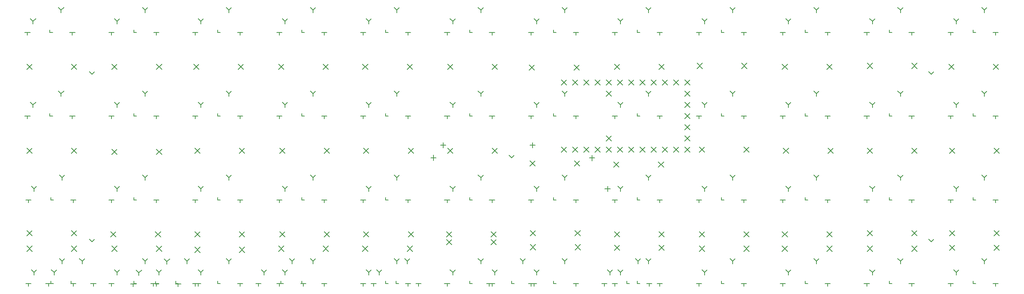
<source format=gbr>
G04 DipTrace 2.4.0.2*
%INThrough.gbr*%
%MOIN*%
G04 Drill Symbols*
G04 D=0.0191 - Cross*
G04 D=0.0354 - X*
G04 D=0.059 - Y*
G04 D=0.067 - T*
G04 D=0.1181 - V*
G04 D=0.157 - Clock*
%ADD10C,0.0079*%
%FSLAX44Y44*%
G04*
G70*
G90*
G75*
G01*
X7457Y31370D2*
D10*
X7693Y31134D1*
X7929Y31370D1*
X7693Y31134D2*
Y30898D1*
X4957Y30370D2*
X5193Y30134D1*
X5429Y30370D1*
X5193Y30134D2*
Y29898D1*
X14937Y31370D2*
X15173Y31134D1*
X15409Y31370D1*
X15173Y31134D2*
Y30898D1*
X12437Y30370D2*
X12673Y30134D1*
X12909Y30370D1*
X12673Y30134D2*
Y29898D1*
X22417Y31370D2*
X22654Y31134D1*
X22890Y31370D1*
X22654Y31134D2*
Y30898D1*
X19917Y30370D2*
X20154Y30134D1*
X20390Y30370D1*
X20154Y30134D2*
Y29898D1*
X29898Y31370D2*
X30134Y31134D1*
X30370Y31370D1*
X30134Y31134D2*
Y30898D1*
X27398Y30370D2*
X27634Y30134D1*
X27870Y30370D1*
X27634Y30134D2*
Y29898D1*
X37378Y31370D2*
X37614Y31134D1*
X37850Y31370D1*
X37614Y31134D2*
Y30898D1*
X34878Y30370D2*
X35114Y30134D1*
X35350Y30370D1*
X35114Y30134D2*
Y29898D1*
X44858Y31370D2*
X45094Y31134D1*
X45331Y31370D1*
X45094Y31134D2*
Y30898D1*
X42358Y30370D2*
X42594Y30134D1*
X42831Y30370D1*
X42594Y30134D2*
Y29898D1*
X52339Y31370D2*
X52575Y31134D1*
X52811Y31370D1*
X52575Y31134D2*
Y30898D1*
X49839Y30370D2*
X50075Y30134D1*
X50311Y30370D1*
X50075Y30134D2*
Y29898D1*
X59819Y31370D2*
X60055Y31134D1*
X60291Y31370D1*
X60055Y31134D2*
Y30898D1*
X57319Y30370D2*
X57555Y30134D1*
X57791Y30370D1*
X57555Y30134D2*
Y29898D1*
X67299Y31370D2*
X67535Y31134D1*
X67772Y31370D1*
X67535Y31134D2*
Y30898D1*
X64799Y30370D2*
X65035Y30134D1*
X65272Y30370D1*
X65035Y30134D2*
Y29898D1*
X74780Y31370D2*
X75016Y31134D1*
X75252Y31370D1*
X75016Y31134D2*
Y30898D1*
X72280Y30370D2*
X72516Y30134D1*
X72752Y30370D1*
X72516Y30134D2*
Y29898D1*
X82260Y31370D2*
X82496Y31134D1*
X82732Y31370D1*
X82496Y31134D2*
Y30898D1*
X79760Y30370D2*
X79996Y30134D1*
X80232Y30370D1*
X79996Y30134D2*
Y29898D1*
X89740Y31370D2*
X89976Y31134D1*
X90213Y31370D1*
X89976Y31134D2*
Y30898D1*
X87240Y30370D2*
X87476Y30134D1*
X87713Y30370D1*
X87476Y30134D2*
Y29898D1*
X7457Y23890D2*
X7693Y23654D1*
X7929Y23890D1*
X7693Y23654D2*
Y23417D1*
X4957Y22890D2*
X5193Y22654D1*
X5429Y22890D1*
X5193Y22654D2*
Y22417D1*
X14937Y23890D2*
X15173Y23654D1*
X15409Y23890D1*
X15173Y23654D2*
Y23417D1*
X12437Y22890D2*
X12673Y22654D1*
X12909Y22890D1*
X12673Y22654D2*
Y22417D1*
X22417Y23890D2*
X22654Y23654D1*
X22890Y23890D1*
X22654Y23654D2*
Y23417D1*
X19917Y22890D2*
X20154Y22654D1*
X20390Y22890D1*
X20154Y22654D2*
Y22417D1*
X29898Y23890D2*
X30134Y23654D1*
X30370Y23890D1*
X30134Y23654D2*
Y23417D1*
X27398Y22890D2*
X27634Y22654D1*
X27870Y22890D1*
X27634Y22654D2*
Y22417D1*
X37378Y23890D2*
X37614Y23654D1*
X37850Y23890D1*
X37614Y23654D2*
Y23417D1*
X34878Y22890D2*
X35114Y22654D1*
X35350Y22890D1*
X35114Y22654D2*
Y22417D1*
X44858Y23890D2*
X45094Y23654D1*
X45331Y23890D1*
X45094Y23654D2*
Y23417D1*
X42358Y22890D2*
X42594Y22654D1*
X42831Y22890D1*
X42594Y22654D2*
Y22417D1*
X52339Y23890D2*
X52575Y23654D1*
X52811Y23890D1*
X52575Y23654D2*
Y23417D1*
X49839Y22890D2*
X50075Y22654D1*
X50311Y22890D1*
X50075Y22654D2*
Y22417D1*
X59819Y23890D2*
X60055Y23654D1*
X60291Y23890D1*
X60055Y23654D2*
Y23417D1*
X57319Y22890D2*
X57555Y22654D1*
X57791Y22890D1*
X57555Y22654D2*
Y22417D1*
X67299Y23890D2*
X67535Y23654D1*
X67772Y23890D1*
X67535Y23654D2*
Y23417D1*
X64799Y22890D2*
X65035Y22654D1*
X65272Y22890D1*
X65035Y22654D2*
Y22417D1*
X74780Y23890D2*
X75016Y23654D1*
X75252Y23890D1*
X75016Y23654D2*
Y23417D1*
X72280Y22890D2*
X72516Y22654D1*
X72752Y22890D1*
X72516Y22654D2*
Y22417D1*
X82260Y23890D2*
X82496Y23654D1*
X82732Y23890D1*
X82496Y23654D2*
Y23417D1*
X79760Y22890D2*
X79996Y22654D1*
X80232Y22890D1*
X79996Y22654D2*
Y22417D1*
X89740Y23890D2*
X89976Y23654D1*
X90213Y23890D1*
X89976Y23654D2*
Y23417D1*
X87240Y22890D2*
X87476Y22654D1*
X87713Y22890D1*
X87476Y22654D2*
Y22417D1*
X7539Y16409D2*
X7776Y16173D1*
X8012Y16409D1*
X7776Y16173D2*
Y15937D1*
X5039Y15409D2*
X5276Y15173D1*
X5512Y15409D1*
X5276Y15173D2*
Y14937D1*
X14937Y16409D2*
X15173Y16173D1*
X15409Y16409D1*
X15173Y16173D2*
Y15937D1*
X12437Y15409D2*
X12673Y15173D1*
X12909Y15409D1*
X12673Y15173D2*
Y14937D1*
X22417Y16409D2*
X22654Y16173D1*
X22890Y16409D1*
X22654Y16173D2*
Y15937D1*
X19917Y15409D2*
X20154Y15173D1*
X20390Y15409D1*
X20154Y15173D2*
Y14937D1*
X29898Y16409D2*
X30134Y16173D1*
X30370Y16409D1*
X30134Y16173D2*
Y15937D1*
X27398Y15409D2*
X27634Y15173D1*
X27870Y15409D1*
X27634Y15173D2*
Y14937D1*
X37378Y16409D2*
X37614Y16173D1*
X37850Y16409D1*
X37614Y16173D2*
Y15937D1*
X34878Y15409D2*
X35114Y15173D1*
X35350Y15409D1*
X35114Y15173D2*
Y14937D1*
X44858Y16409D2*
X45094Y16173D1*
X45331Y16409D1*
X45094Y16173D2*
Y15937D1*
X42358Y15409D2*
X42594Y15173D1*
X42831Y15409D1*
X42594Y15173D2*
Y14937D1*
X52339Y16409D2*
X52575Y16173D1*
X52811Y16409D1*
X52575Y16173D2*
Y15937D1*
X49839Y15409D2*
X50075Y15173D1*
X50311Y15409D1*
X50075Y15173D2*
Y14937D1*
X59819Y16409D2*
X60055Y16173D1*
X60291Y16409D1*
X60055Y16173D2*
Y15937D1*
X57319Y15409D2*
X57555Y15173D1*
X57791Y15409D1*
X57555Y15173D2*
Y14937D1*
X67299Y16409D2*
X67535Y16173D1*
X67772Y16409D1*
X67535Y16173D2*
Y15937D1*
X64799Y15409D2*
X65035Y15173D1*
X65272Y15409D1*
X65035Y15173D2*
Y14937D1*
X74780Y16409D2*
X75016Y16173D1*
X75252Y16409D1*
X75016Y16173D2*
Y15937D1*
X72280Y15409D2*
X72516Y15173D1*
X72752Y15409D1*
X72516Y15173D2*
Y14937D1*
X82260Y16409D2*
X82496Y16173D1*
X82732Y16409D1*
X82496Y16173D2*
Y15937D1*
X79760Y15409D2*
X79996Y15173D1*
X80232Y15409D1*
X79996Y15173D2*
Y14937D1*
X89740Y16409D2*
X89976Y16173D1*
X90213Y16409D1*
X89976Y16173D2*
Y15937D1*
X87240Y15409D2*
X87476Y15173D1*
X87713Y15409D1*
X87476Y15173D2*
Y14937D1*
X7539Y8929D2*
X7776Y8693D1*
X8012Y8929D1*
X7776Y8693D2*
Y8457D1*
X5039Y7929D2*
X5276Y7693D1*
X5512Y7929D1*
X5276Y7693D2*
Y7457D1*
X14937Y8929D2*
X15173Y8693D1*
X15409Y8929D1*
X15173Y8693D2*
Y8457D1*
X12437Y7929D2*
X12673Y7693D1*
X12909Y7929D1*
X12673Y7693D2*
Y7457D1*
X22417Y8929D2*
X22654Y8693D1*
X22890Y8929D1*
X22654Y8693D2*
Y8457D1*
X19917Y7929D2*
X20154Y7693D1*
X20390Y7929D1*
X20154Y7693D2*
Y7457D1*
X29898Y8929D2*
X30134Y8693D1*
X30370Y8929D1*
X30134Y8693D2*
Y8457D1*
X27398Y7929D2*
X27634Y7693D1*
X27870Y7929D1*
X27634Y7693D2*
Y7457D1*
X37378Y8929D2*
X37614Y8693D1*
X37850Y8929D1*
X37614Y8693D2*
Y8457D1*
X34878Y7929D2*
X35114Y7693D1*
X35350Y7929D1*
X35114Y7693D2*
Y7457D1*
X52274Y18888D2*
X52746Y18415D1*
Y18888D2*
X52274Y18415D1*
X53274Y18888D2*
X53746Y18415D1*
Y18888D2*
X53274Y18415D1*
X54274Y18888D2*
X54746Y18415D1*
Y18888D2*
X54274Y18415D1*
X55274Y18888D2*
X55746Y18415D1*
Y18888D2*
X55274Y18415D1*
X56274Y18888D2*
X56746Y18415D1*
Y18888D2*
X56274Y18415D1*
X57274Y18888D2*
X57746Y18415D1*
Y18888D2*
X57274Y18415D1*
X58274Y18888D2*
X58746Y18415D1*
Y18888D2*
X58274Y18415D1*
X59274Y18888D2*
X59746Y18415D1*
Y18888D2*
X59274Y18415D1*
X60274Y18888D2*
X60746Y18415D1*
Y18888D2*
X60274Y18415D1*
X61274Y18888D2*
X61746Y18415D1*
Y18888D2*
X61274Y18415D1*
X62274Y18888D2*
X62746Y18415D1*
Y18888D2*
X62274Y18415D1*
X63274Y18888D2*
X63746Y18415D1*
Y18888D2*
X63274Y18415D1*
Y19888D2*
X63746Y19415D1*
Y19888D2*
X63274Y19415D1*
Y20888D2*
X63746Y20415D1*
Y20888D2*
X63274Y20415D1*
Y21888D2*
X63746Y21415D1*
Y21888D2*
X63274Y21415D1*
Y22888D2*
X63746Y22415D1*
Y22888D2*
X63274Y22415D1*
Y23888D2*
X63746Y23415D1*
Y23888D2*
X63274Y23415D1*
Y24888D2*
X63746Y24415D1*
Y24888D2*
X63274Y24415D1*
X62274Y24888D2*
X62746Y24415D1*
Y24888D2*
X62274Y24415D1*
X61274Y24888D2*
X61746Y24415D1*
Y24888D2*
X61274Y24415D1*
X60274Y24888D2*
X60746Y24415D1*
Y24888D2*
X60274Y24415D1*
X59274Y24888D2*
X59746Y24415D1*
Y24888D2*
X59274Y24415D1*
X58274Y24888D2*
X58746Y24415D1*
Y24888D2*
X58274Y24415D1*
X57274Y24888D2*
X57746Y24415D1*
Y24888D2*
X57274Y24415D1*
X56274Y24888D2*
X56746Y24415D1*
Y24888D2*
X56274Y24415D1*
X55274Y24888D2*
X55746Y24415D1*
Y24888D2*
X55274Y24415D1*
X54274Y24888D2*
X54746Y24415D1*
Y24888D2*
X54274Y24415D1*
X53274Y24888D2*
X53746Y24415D1*
Y24888D2*
X53274Y24415D1*
X52274Y24888D2*
X52746Y24415D1*
Y24888D2*
X52274Y24415D1*
X56274Y19888D2*
X56746Y19415D1*
Y19888D2*
X56274Y19415D1*
Y23888D2*
X56746Y23415D1*
Y23888D2*
X56274Y23415D1*
X59819Y8929D2*
X60055Y8693D1*
X60291Y8929D1*
X60055Y8693D2*
Y8457D1*
X57319Y7929D2*
X57555Y7693D1*
X57791Y7929D1*
X57555Y7693D2*
Y7457D1*
X67299Y8929D2*
X67535Y8693D1*
X67772Y8929D1*
X67535Y8693D2*
Y8457D1*
X64799Y7929D2*
X65035Y7693D1*
X65272Y7929D1*
X65035Y7693D2*
Y7457D1*
X74780Y8929D2*
X75016Y8693D1*
X75252Y8929D1*
X75016Y8693D2*
Y8457D1*
X72280Y7929D2*
X72516Y7693D1*
X72752Y7929D1*
X72516Y7693D2*
Y7457D1*
X82260Y8929D2*
X82496Y8693D1*
X82732Y8929D1*
X82496Y8693D2*
Y8457D1*
X79760Y7929D2*
X79996Y7693D1*
X80232Y7929D1*
X79996Y7693D2*
Y7457D1*
X89740Y8929D2*
X89976Y8693D1*
X90213Y8929D1*
X89976Y8693D2*
Y8457D1*
X87240Y7929D2*
X87476Y7693D1*
X87713Y7929D1*
X87476Y7693D2*
Y7457D1*
X86809Y26283D2*
X87282Y25810D1*
Y26283D2*
X86809Y25810D1*
X90786Y26283D2*
X91258Y25810D1*
Y26283D2*
X90786Y25810D1*
X79536Y26381D2*
X80008Y25909D1*
Y26381D2*
X79536Y25909D1*
X83512Y26381D2*
X83985Y25909D1*
Y26381D2*
X83512Y25909D1*
X71957Y26283D2*
X72429Y25810D1*
Y26283D2*
X71957Y25810D1*
X75933Y26283D2*
X76406Y25810D1*
Y26283D2*
X75933Y25810D1*
X64378Y26381D2*
X64851Y25909D1*
Y26381D2*
X64378Y25909D1*
X68355Y26381D2*
X68827Y25909D1*
Y26381D2*
X68355Y25909D1*
X56996Y26283D2*
X57469Y25810D1*
Y26283D2*
X56996Y25810D1*
X60973Y26283D2*
X61445Y25810D1*
Y26283D2*
X60973Y25810D1*
X49419Y26220D2*
X49892Y25748D1*
Y26220D2*
X49419Y25748D1*
X53396Y26220D2*
X53868Y25748D1*
Y26220D2*
X53396Y25748D1*
X42134Y26283D2*
X42607Y25810D1*
Y26283D2*
X42134Y25810D1*
X46111Y26283D2*
X46583Y25810D1*
Y26283D2*
X46111Y25810D1*
X34555Y26283D2*
X35028Y25810D1*
Y26283D2*
X34555Y25810D1*
X38532Y26283D2*
X39004Y25810D1*
Y26283D2*
X38532Y25810D1*
X27075Y26283D2*
X27548Y25810D1*
Y26283D2*
X27075Y25810D1*
X31051Y26283D2*
X31524Y25810D1*
Y26283D2*
X31051Y25810D1*
X19496Y26283D2*
X19969Y25810D1*
Y26283D2*
X19496Y25810D1*
X23473Y26283D2*
X23945Y25810D1*
Y26283D2*
X23473Y25810D1*
X12213Y26283D2*
X12685Y25810D1*
Y26283D2*
X12213Y25810D1*
X16189Y26283D2*
X16662Y25810D1*
Y26283D2*
X16189Y25810D1*
X4634Y26283D2*
X5107Y25810D1*
Y26283D2*
X4634Y25810D1*
X8611Y26283D2*
X9083Y25810D1*
Y26283D2*
X8611Y25810D1*
X4634Y18802D2*
X5107Y18330D1*
Y18802D2*
X4634Y18330D1*
X8611Y18802D2*
X9083Y18330D1*
Y18802D2*
X8611Y18330D1*
X12213Y18704D2*
X12685Y18232D1*
Y18704D2*
X12213Y18232D1*
X16189Y18704D2*
X16662Y18232D1*
Y18704D2*
X16189Y18232D1*
X19595Y18802D2*
X20067Y18330D1*
Y18802D2*
X19595Y18330D1*
X23571Y18802D2*
X24044Y18330D1*
Y18802D2*
X23571Y18330D1*
X27174Y18802D2*
X27646Y18330D1*
Y18802D2*
X27174Y18330D1*
X31150Y18802D2*
X31622Y18330D1*
Y18802D2*
X31150Y18330D1*
X34654Y18802D2*
X35126Y18330D1*
Y18802D2*
X34654Y18330D1*
X38630Y18802D2*
X39103Y18330D1*
Y18802D2*
X38630Y18330D1*
X42134Y18802D2*
X42607Y18330D1*
Y18802D2*
X42134Y18330D1*
X46111Y18802D2*
X46583Y18330D1*
Y18802D2*
X46111Y18330D1*
X49516Y11421D2*
X49988Y10948D1*
Y11421D2*
X49516Y10948D1*
X53492Y11421D2*
X53965Y10948D1*
Y11421D2*
X53492Y10948D1*
X56949Y17559D2*
X57421Y17087D1*
Y17559D2*
X56949Y17087D1*
X60925Y17559D2*
X61398Y17087D1*
Y17559D2*
X60925Y17087D1*
X64575Y18901D2*
X65048Y18428D1*
Y18901D2*
X64575Y18428D1*
X68551Y18901D2*
X69024Y18428D1*
Y18901D2*
X68551Y18428D1*
X72055Y18802D2*
X72528Y18330D1*
Y18802D2*
X72055Y18330D1*
X76032Y18802D2*
X76504Y18330D1*
Y18802D2*
X76032Y18330D1*
X79536Y18802D2*
X80008Y18330D1*
Y18802D2*
X79536Y18330D1*
X83512Y18802D2*
X83985Y18330D1*
Y18802D2*
X83512Y18330D1*
X86868Y18802D2*
X87341Y18330D1*
Y18802D2*
X86868Y18330D1*
X90845Y18802D2*
X91317Y18330D1*
Y18802D2*
X90845Y18330D1*
X86868Y11421D2*
X87341Y10948D1*
Y11421D2*
X86868Y10948D1*
X90845Y11421D2*
X91317Y10948D1*
Y11421D2*
X90845Y10948D1*
X79536Y11421D2*
X80008Y10948D1*
Y11421D2*
X79536Y10948D1*
X83512Y11421D2*
X83985Y10948D1*
Y11421D2*
X83512Y10948D1*
X71957Y11322D2*
X72429Y10850D1*
Y11322D2*
X71957Y10850D1*
X75933Y11322D2*
X76406Y10850D1*
Y11322D2*
X75933Y10850D1*
X64575Y11322D2*
X65048Y10850D1*
Y11322D2*
X64575Y10850D1*
X68551Y11322D2*
X69024Y10850D1*
Y11322D2*
X68551Y10850D1*
X56996Y11322D2*
X57469Y10850D1*
Y11322D2*
X56996Y10850D1*
X60973Y11322D2*
X61445Y10850D1*
Y11322D2*
X60973Y10850D1*
X49469Y17657D2*
X49941Y17185D1*
Y17657D2*
X49469Y17185D1*
X53445Y17657D2*
X53917Y17185D1*
Y17657D2*
X53445Y17185D1*
X42036Y11322D2*
X42508Y10850D1*
Y11322D2*
X42036Y10850D1*
X46012Y11322D2*
X46485Y10850D1*
Y11322D2*
X46012Y10850D1*
X34654Y11322D2*
X35126Y10850D1*
Y11322D2*
X34654Y10850D1*
X38630Y11322D2*
X39103Y10850D1*
Y11322D2*
X38630Y10850D1*
X27174Y11322D2*
X27646Y10850D1*
Y11322D2*
X27174Y10850D1*
X31150Y11322D2*
X31622Y10850D1*
Y11322D2*
X31150Y10850D1*
X19595Y11322D2*
X20067Y10850D1*
Y11322D2*
X19595Y10850D1*
X23571Y11322D2*
X24044Y10850D1*
Y11322D2*
X23571Y10850D1*
X12114Y11322D2*
X12587Y10850D1*
Y11322D2*
X12114Y10850D1*
X16091Y11322D2*
X16563Y10850D1*
Y11322D2*
X16091Y10850D1*
X4634Y11421D2*
X5107Y10948D1*
Y11421D2*
X4634Y10948D1*
X8611Y11421D2*
X9083Y10948D1*
Y11421D2*
X8611Y10948D1*
X86868Y10141D2*
X87341Y9669D1*
Y10141D2*
X86868Y9669D1*
X90845Y10141D2*
X91317Y9669D1*
Y10141D2*
X90845Y9669D1*
X79536Y10043D2*
X80008Y9570D1*
Y10043D2*
X79536Y9570D1*
X83512Y10043D2*
X83985Y9570D1*
Y10043D2*
X83512Y9570D1*
X71957Y10043D2*
X72429Y9570D1*
Y10043D2*
X71957Y9570D1*
X75933Y10043D2*
X76406Y9570D1*
Y10043D2*
X75933Y9570D1*
X64575Y10043D2*
X65048Y9570D1*
Y10043D2*
X64575Y9570D1*
X68551Y10043D2*
X69024Y9570D1*
Y10043D2*
X68551Y9570D1*
X56996Y10141D2*
X57469Y9669D1*
Y10141D2*
X56996Y9669D1*
X60973Y10141D2*
X61445Y9669D1*
Y10141D2*
X60973Y9669D1*
X42037Y10620D2*
X42510Y10148D1*
Y10620D2*
X42037Y10148D1*
X46014Y10620D2*
X46486Y10148D1*
Y10620D2*
X46014Y10148D1*
X34555Y10043D2*
X35028Y9570D1*
Y10043D2*
X34555Y9570D1*
X38532Y10043D2*
X39004Y9570D1*
Y10043D2*
X38532Y9570D1*
X27075Y10043D2*
X27548Y9570D1*
Y10043D2*
X27075Y9570D1*
X31051Y10043D2*
X31524Y9570D1*
Y10043D2*
X31051Y9570D1*
X19595Y9944D2*
X20067Y9472D1*
Y9944D2*
X19595Y9472D1*
X23571Y9944D2*
X24044Y9472D1*
Y9944D2*
X23571Y9472D1*
X12213Y10043D2*
X12685Y9570D1*
Y10043D2*
X12213Y9570D1*
X16189Y10043D2*
X16662Y9570D1*
Y10043D2*
X16189Y9570D1*
X4634Y10043D2*
X5107Y9570D1*
Y10043D2*
X4634Y9570D1*
X8611Y10043D2*
X9083Y9570D1*
Y10043D2*
X8611Y9570D1*
X38313Y8929D2*
X38549Y8693D1*
X38785Y8929D1*
X38549Y8693D2*
Y8457D1*
X35813Y7929D2*
X36049Y7693D1*
X36285Y7929D1*
X36049Y7693D2*
Y7457D1*
X58884Y8929D2*
X59120Y8693D1*
X59356Y8929D1*
X59120Y8693D2*
Y8457D1*
X56384Y7929D2*
X56620Y7693D1*
X56856Y7929D1*
X56620Y7693D2*
Y7457D1*
X28028Y8929D2*
X28264Y8693D1*
X28500Y8929D1*
X28264Y8693D2*
Y8457D1*
X25528Y7929D2*
X25764Y7693D1*
X26000Y7929D1*
X25764Y7693D2*
Y7457D1*
X18677Y8929D2*
X18913Y8693D1*
X19150Y8929D1*
X18913Y8693D2*
Y8457D1*
X16177Y7929D2*
X16413Y7693D1*
X16650Y7929D1*
X16413Y7693D2*
Y7457D1*
X9327Y8929D2*
X9563Y8693D1*
X9799Y8929D1*
X9563Y8693D2*
Y8457D1*
X6827Y7929D2*
X7063Y7693D1*
X7299Y7929D1*
X7063Y7693D2*
Y7457D1*
X16890Y8898D2*
X17126Y8661D1*
X17362Y8898D1*
X17126Y8661D2*
Y8425D1*
X14390Y7898D2*
X14626Y7661D1*
X14862Y7898D1*
X14626Y7661D2*
Y7425D1*
X52339Y8929D2*
X52575Y8693D1*
X52811Y8929D1*
X52575Y8693D2*
Y8457D1*
X49839Y7929D2*
X50075Y7693D1*
X50311Y7929D1*
X50075Y7693D2*
Y7457D1*
X44858Y8929D2*
X45094Y8693D1*
X45331Y8929D1*
X45094Y8693D2*
Y8457D1*
X42358Y7929D2*
X42594Y7693D1*
X42831Y7929D1*
X42594Y7693D2*
Y7457D1*
X49518Y10177D2*
X49990Y9705D1*
Y10177D2*
X49518Y9705D1*
X53494Y10177D2*
X53967Y9705D1*
Y10177D2*
X53494Y9705D1*
X48598Y8929D2*
X48835Y8693D1*
X49071Y8929D1*
X48835Y8693D2*
Y8457D1*
X46098Y7929D2*
X46335Y7693D1*
X46571Y7929D1*
X46335Y7693D2*
Y7457D1*
X49705Y19293D2*
Y18820D1*
X49469Y19056D2*
X49941D1*
X41745Y19293D2*
Y18820D1*
X41509Y19056D2*
X41981D1*
X40877Y18177D2*
Y17705D1*
X40641Y17941D2*
X41113D1*
X55000Y18148D2*
Y17675D1*
X54764Y17911D2*
X55236D1*
X56395Y15409D2*
Y14937D1*
X56159Y15173D2*
X56631D1*
X6693Y29370D2*
Y29134D1*
X6929D1*
X4457D2*
X4929D1*
X4693D2*
Y28898D1*
X8457Y29134D2*
X8929D1*
X8693D2*
Y28898D1*
X14173Y29370D2*
Y29134D1*
X14409D1*
X11937D2*
X12409D1*
X12173D2*
Y28898D1*
X15937Y29134D2*
X16409D1*
X16173D2*
Y28898D1*
X21654Y29370D2*
Y29134D1*
X21890D1*
X19417D2*
X19890D1*
X19654D2*
Y28898D1*
X23417Y29134D2*
X23890D1*
X23654D2*
Y28898D1*
X29134Y29370D2*
Y29134D1*
X29370D1*
X26898D2*
X27370D1*
X27134D2*
Y28898D1*
X30898Y29134D2*
X31370D1*
X31134D2*
Y28898D1*
X36614Y29370D2*
Y29134D1*
X36850D1*
X34378D2*
X34850D1*
X34614D2*
Y28898D1*
X38378Y29134D2*
X38850D1*
X38614D2*
Y28898D1*
X44094Y29370D2*
Y29134D1*
X44331D1*
X41858D2*
X42331D1*
X42094D2*
Y28898D1*
X45858Y29134D2*
X46331D1*
X46094D2*
Y28898D1*
X51575Y29370D2*
Y29134D1*
X51811D1*
X49339D2*
X49811D1*
X49575D2*
Y28898D1*
X53339Y29134D2*
X53811D1*
X53575D2*
Y28898D1*
X59055Y29370D2*
Y29134D1*
X59291D1*
X56819D2*
X57291D1*
X57055D2*
Y28898D1*
X60819Y29134D2*
X61291D1*
X61055D2*
Y28898D1*
X66535Y29370D2*
Y29134D1*
X66772D1*
X64299D2*
X64772D1*
X64535D2*
Y28898D1*
X68299Y29134D2*
X68772D1*
X68535D2*
Y28898D1*
X74016Y29370D2*
Y29134D1*
X74252D1*
X71780D2*
X72252D1*
X72016D2*
Y28898D1*
X75780Y29134D2*
X76252D1*
X76016D2*
Y28898D1*
X81496Y29370D2*
Y29134D1*
X81732D1*
X79260D2*
X79732D1*
X79496D2*
Y28898D1*
X83260Y29134D2*
X83732D1*
X83496D2*
Y28898D1*
X88976Y29370D2*
Y29134D1*
X89213D1*
X86740D2*
X87213D1*
X86976D2*
Y28898D1*
X90740Y29134D2*
X91213D1*
X90976D2*
Y28898D1*
X6693Y21890D2*
Y21654D1*
X6929D1*
X4457D2*
X4929D1*
X4693D2*
Y21417D1*
X8457Y21654D2*
X8929D1*
X8693D2*
Y21417D1*
X14173Y21890D2*
Y21654D1*
X14409D1*
X11937D2*
X12409D1*
X12173D2*
Y21417D1*
X15937Y21654D2*
X16409D1*
X16173D2*
Y21417D1*
X21654Y21890D2*
Y21654D1*
X21890D1*
X19417D2*
X19890D1*
X19654D2*
Y21417D1*
X23417Y21654D2*
X23890D1*
X23654D2*
Y21417D1*
X29134Y21890D2*
Y21654D1*
X29370D1*
X26898D2*
X27370D1*
X27134D2*
Y21417D1*
X30898Y21654D2*
X31370D1*
X31134D2*
Y21417D1*
X36614Y21890D2*
Y21654D1*
X36850D1*
X34378D2*
X34850D1*
X34614D2*
Y21417D1*
X38378Y21654D2*
X38850D1*
X38614D2*
Y21417D1*
X44094Y21890D2*
Y21654D1*
X44331D1*
X41858D2*
X42331D1*
X42094D2*
Y21417D1*
X45858Y21654D2*
X46331D1*
X46094D2*
Y21417D1*
X51575Y21890D2*
Y21654D1*
X51811D1*
X49339D2*
X49811D1*
X49575D2*
Y21417D1*
X53339Y21654D2*
X53811D1*
X53575D2*
Y21417D1*
X59055Y21890D2*
Y21654D1*
X59291D1*
X56819D2*
X57291D1*
X57055D2*
Y21417D1*
X60819Y21654D2*
X61291D1*
X61055D2*
Y21417D1*
X66535Y21890D2*
Y21654D1*
X66772D1*
X64299D2*
X64772D1*
X64535D2*
Y21417D1*
X68299Y21654D2*
X68772D1*
X68535D2*
Y21417D1*
X74016Y21890D2*
Y21654D1*
X74252D1*
X71780D2*
X72252D1*
X72016D2*
Y21417D1*
X75780Y21654D2*
X76252D1*
X76016D2*
Y21417D1*
X81496Y21890D2*
Y21654D1*
X81732D1*
X79260D2*
X79732D1*
X79496D2*
Y21417D1*
X83260Y21654D2*
X83732D1*
X83496D2*
Y21417D1*
X88976Y21890D2*
Y21654D1*
X89213D1*
X86740D2*
X87213D1*
X86976D2*
Y21417D1*
X90740Y21654D2*
X91213D1*
X90976D2*
Y21417D1*
X6776Y14409D2*
Y14173D1*
X7012D1*
X4539D2*
X5012D1*
X4776D2*
Y13937D1*
X8539Y14173D2*
X9012D1*
X8776D2*
Y13937D1*
X14173Y14409D2*
Y14173D1*
X14409D1*
X11937D2*
X12409D1*
X12173D2*
Y13937D1*
X15937Y14173D2*
X16409D1*
X16173D2*
Y13937D1*
X21654Y14409D2*
Y14173D1*
X21890D1*
X19417D2*
X19890D1*
X19654D2*
Y13937D1*
X23417Y14173D2*
X23890D1*
X23654D2*
Y13937D1*
X29134Y14409D2*
Y14173D1*
X29370D1*
X26898D2*
X27370D1*
X27134D2*
Y13937D1*
X30898Y14173D2*
X31370D1*
X31134D2*
Y13937D1*
X36614Y14409D2*
Y14173D1*
X36850D1*
X34378D2*
X34850D1*
X34614D2*
Y13937D1*
X38378Y14173D2*
X38850D1*
X38614D2*
Y13937D1*
X44094Y14409D2*
Y14173D1*
X44331D1*
X41858D2*
X42331D1*
X42094D2*
Y13937D1*
X45858Y14173D2*
X46331D1*
X46094D2*
Y13937D1*
X51575Y14409D2*
Y14173D1*
X51811D1*
X49339D2*
X49811D1*
X49575D2*
Y13937D1*
X53339Y14173D2*
X53811D1*
X53575D2*
Y13937D1*
X59055Y14409D2*
Y14173D1*
X59291D1*
X56819D2*
X57291D1*
X57055D2*
Y13937D1*
X60819Y14173D2*
X61291D1*
X61055D2*
Y13937D1*
X66535Y14409D2*
Y14173D1*
X66772D1*
X64299D2*
X64772D1*
X64535D2*
Y13937D1*
X68299Y14173D2*
X68772D1*
X68535D2*
Y13937D1*
X74016Y14409D2*
Y14173D1*
X74252D1*
X71780D2*
X72252D1*
X72016D2*
Y13937D1*
X75780Y14173D2*
X76252D1*
X76016D2*
Y13937D1*
X81496Y14409D2*
Y14173D1*
X81732D1*
X79260D2*
X79732D1*
X79496D2*
Y13937D1*
X83260Y14173D2*
X83732D1*
X83496D2*
Y13937D1*
X88976Y14409D2*
Y14173D1*
X89213D1*
X86740D2*
X87213D1*
X86976D2*
Y13937D1*
X90740Y14173D2*
X91213D1*
X90976D2*
Y13937D1*
X6776Y6929D2*
Y6693D1*
X7012D1*
X4539D2*
X5012D1*
X4776D2*
Y6457D1*
X8539Y6693D2*
X9012D1*
X8776D2*
Y6457D1*
X14173Y6929D2*
Y6693D1*
X14409D1*
X11937D2*
X12409D1*
X12173D2*
Y6457D1*
X15937Y6693D2*
X16409D1*
X16173D2*
Y6457D1*
X21654Y6929D2*
Y6693D1*
X21890D1*
X19417D2*
X19890D1*
X19654D2*
Y6457D1*
X23417Y6693D2*
X23890D1*
X23654D2*
Y6457D1*
X29134Y6929D2*
Y6693D1*
X29370D1*
X26898D2*
X27370D1*
X27134D2*
Y6457D1*
X30898Y6693D2*
X31370D1*
X31134D2*
Y6457D1*
X36614Y6929D2*
Y6693D1*
X36850D1*
X34378D2*
X34850D1*
X34614D2*
Y6457D1*
X38378Y6693D2*
X38850D1*
X38614D2*
Y6457D1*
X59055Y6929D2*
Y6693D1*
X59291D1*
X56819D2*
X57291D1*
X57055D2*
Y6457D1*
X60819Y6693D2*
X61291D1*
X61055D2*
Y6457D1*
X66535Y6929D2*
Y6693D1*
X66772D1*
X64299D2*
X64772D1*
X64535D2*
Y6457D1*
X68299Y6693D2*
X68772D1*
X68535D2*
Y6457D1*
X74016Y6929D2*
Y6693D1*
X74252D1*
X71780D2*
X72252D1*
X72016D2*
Y6457D1*
X75780Y6693D2*
X76252D1*
X76016D2*
Y6457D1*
X81496Y6929D2*
Y6693D1*
X81732D1*
X79260D2*
X79732D1*
X79496D2*
Y6457D1*
X83260Y6693D2*
X83732D1*
X83496D2*
Y6457D1*
X88976Y6929D2*
Y6693D1*
X89213D1*
X86740D2*
X87213D1*
X86976D2*
Y6457D1*
X90740Y6693D2*
X91213D1*
X90976D2*
Y6457D1*
X37549Y6929D2*
Y6693D1*
X37785D1*
X35313D2*
X35785D1*
X35549D2*
Y6457D1*
X39313Y6693D2*
X39785D1*
X39549D2*
Y6457D1*
X58120Y6929D2*
Y6693D1*
X58356D1*
X55884D2*
X56356D1*
X56120D2*
Y6457D1*
X59884Y6693D2*
X60356D1*
X60120D2*
Y6457D1*
X27264Y6929D2*
Y6693D1*
X27500D1*
X25028D2*
X25500D1*
X25264D2*
Y6457D1*
X29028Y6693D2*
X29500D1*
X29264D2*
Y6457D1*
X17913Y6929D2*
Y6693D1*
X18150D1*
X15677D2*
X16150D1*
X15913D2*
Y6457D1*
X19677Y6693D2*
X20150D1*
X19913D2*
Y6457D1*
X8563Y6929D2*
Y6693D1*
X8799D1*
X6327D2*
X6799D1*
X6563D2*
Y6457D1*
X10327Y6693D2*
X10799D1*
X10563D2*
Y6457D1*
X16126Y6898D2*
Y6661D1*
X16362D1*
X13890D2*
X14362D1*
X14126D2*
Y6425D1*
X17890Y6661D2*
X18362D1*
X18126D2*
Y6425D1*
X10197Y25630D2*
X10433Y25394D1*
X10669Y25630D1*
X10197Y10669D2*
X10433Y10433D1*
X10669Y10669D1*
X85000Y25630D2*
X85236Y25394D1*
X85472Y25630D1*
X85000Y10669D2*
X85236Y10433D1*
X85472Y10669D1*
X47598Y18150D2*
X47835Y17913D1*
X48071Y18150D1*
X51575Y6929D2*
Y6693D1*
X51811D1*
X49339D2*
X49811D1*
X49575D2*
Y6457D1*
X53339Y6693D2*
X53811D1*
X53575D2*
Y6457D1*
X44094Y6929D2*
Y6693D1*
X44331D1*
X41858D2*
X42331D1*
X42094D2*
Y6457D1*
X45858Y6693D2*
X46331D1*
X46094D2*
Y6457D1*
X47835Y6929D2*
Y6693D1*
X48071D1*
X45598D2*
X46071D1*
X45835D2*
Y6457D1*
X49598Y6693D2*
X50071D1*
X49835D2*
Y6457D1*
M02*

</source>
